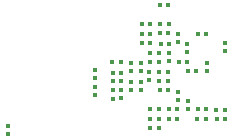
<source format=gbr>
%TF.GenerationSoftware,KiCad,Pcbnew,9.0.0*%
%TF.CreationDate,2025-05-05T21:38:29-04:00*%
%TF.ProjectId,payload_board,7061796c-6f61-4645-9f62-6f6172642e6b,rev?*%
%TF.SameCoordinates,Original*%
%TF.FileFunction,Paste,Bot*%
%TF.FilePolarity,Positive*%
%FSLAX45Y45*%
G04 Gerber Fmt 4.5, Leading zero omitted, Abs format (unit mm)*
G04 Created by KiCad (PCBNEW 9.0.0) date 2025-05-05 21:38:29*
%MOMM*%
%LPD*%
G01*
G04 APERTURE LIST*
G04 Aperture macros list*
%AMRoundRect*
0 Rectangle with rounded corners*
0 $1 Rounding radius*
0 $2 $3 $4 $5 $6 $7 $8 $9 X,Y pos of 4 corners*
0 Add a 4 corners polygon primitive as box body*
4,1,4,$2,$3,$4,$5,$6,$7,$8,$9,$2,$3,0*
0 Add four circle primitives for the rounded corners*
1,1,$1+$1,$2,$3*
1,1,$1+$1,$4,$5*
1,1,$1+$1,$6,$7*
1,1,$1+$1,$8,$9*
0 Add four rect primitives between the rounded corners*
20,1,$1+$1,$2,$3,$4,$5,0*
20,1,$1+$1,$4,$5,$6,$7,0*
20,1,$1+$1,$6,$7,$8,$9,0*
20,1,$1+$1,$8,$9,$2,$3,0*%
G04 Aperture macros list end*
%ADD10RoundRect,0.079500X-0.100500X0.079500X-0.100500X-0.079500X0.100500X-0.079500X0.100500X0.079500X0*%
%ADD11RoundRect,0.079500X0.079500X0.100500X-0.079500X0.100500X-0.079500X-0.100500X0.079500X-0.100500X0*%
%ADD12RoundRect,0.079500X-0.079500X-0.100500X0.079500X-0.100500X0.079500X0.100500X-0.079500X0.100500X0*%
%ADD13RoundRect,0.079500X0.100500X-0.079500X0.100500X0.079500X-0.100500X0.079500X-0.100500X-0.079500X0*%
G04 APERTURE END LIST*
D10*
%TO.C,C42*%
X19345000Y-9345000D03*
X19345000Y-9414000D03*
%TD*%
D11*
%TO.C,R39*%
X19173500Y-9180000D03*
X19104500Y-9180000D03*
%TD*%
D10*
%TO.C,C35*%
X19260000Y-9347500D03*
X19260000Y-9416500D03*
%TD*%
%TO.C,C13*%
X19740000Y-9507500D03*
X19740000Y-9576500D03*
%TD*%
D12*
%TO.C,R24*%
X19826000Y-8940000D03*
X19895000Y-8940000D03*
%TD*%
D11*
%TO.C,C6*%
X19495000Y-9580000D03*
X19426000Y-9580000D03*
%TD*%
D12*
%TO.C,C12*%
X19986000Y-9660000D03*
X20055000Y-9660000D03*
%TD*%
D11*
%TO.C,C17*%
X19495000Y-9735000D03*
X19426000Y-9735000D03*
%TD*%
D12*
%TO.C,C39*%
X19356000Y-9020000D03*
X19425000Y-9020000D03*
%TD*%
D10*
%TO.C,R23*%
X20060000Y-9019500D03*
X20060000Y-9088500D03*
%TD*%
D13*
%TO.C,C33*%
X19180000Y-9342500D03*
X19180000Y-9273500D03*
%TD*%
D10*
%TO.C,C29*%
X19105000Y-9420000D03*
X19105000Y-9489000D03*
%TD*%
%TO.C,C3*%
X19737500Y-9022500D03*
X19737500Y-9091500D03*
%TD*%
D11*
%TO.C,C18*%
X19495000Y-9665000D03*
X19426000Y-9665000D03*
%TD*%
%TO.C,C1*%
X19814000Y-9257500D03*
X19745000Y-9257500D03*
%TD*%
D12*
%TO.C,C22*%
X19425500Y-9100000D03*
X19494500Y-9100000D03*
%TD*%
%TO.C,C9*%
X19586000Y-9660000D03*
X19655000Y-9660000D03*
%TD*%
D11*
%TO.C,C14*%
X19894500Y-9580000D03*
X19825500Y-9580000D03*
%TD*%
D10*
%TO.C,C2*%
X19580000Y-9100000D03*
X19580000Y-9169000D03*
%TD*%
D13*
%TO.C,C28*%
X19902500Y-9256500D03*
X19902500Y-9187500D03*
%TD*%
D10*
%TO.C,R44*%
X18217500Y-9718000D03*
X18217500Y-9787000D03*
%TD*%
D12*
%TO.C,C8*%
X19586000Y-9580000D03*
X19655000Y-9580000D03*
%TD*%
D11*
%TO.C,C27*%
X19735000Y-9177500D03*
X19666000Y-9177500D03*
%TD*%
D13*
%TO.C,C44*%
X19345000Y-9252500D03*
X19345000Y-9183500D03*
%TD*%
%TO.C,C36*%
X19105000Y-9344000D03*
X19105000Y-9275000D03*
%TD*%
D12*
%TO.C,C37*%
X19356000Y-8860000D03*
X19425000Y-8860000D03*
%TD*%
D10*
%TO.C,C31*%
X19180000Y-9417500D03*
X19180000Y-9486500D03*
%TD*%
D11*
%TO.C,C21*%
X19579000Y-8937500D03*
X19510000Y-8937500D03*
%TD*%
D10*
%TO.C,C41*%
X19417500Y-9266000D03*
X19417500Y-9335000D03*
%TD*%
D13*
%TO.C,C52*%
X19577500Y-9336500D03*
X19577500Y-9267500D03*
%TD*%
%TO.C,L1*%
X18957500Y-9461500D03*
X18957500Y-9392500D03*
%TD*%
D12*
%TO.C,C11*%
X19985500Y-9582500D03*
X20054500Y-9582500D03*
%TD*%
D13*
%TO.C,C24*%
X19260000Y-9255000D03*
X19260000Y-9186000D03*
%TD*%
%TO.C,C16*%
X19662500Y-9499000D03*
X19662500Y-9430000D03*
%TD*%
D12*
%TO.C,C23*%
X19426000Y-9180000D03*
X19495000Y-9180000D03*
%TD*%
%TO.C,C40*%
X19505500Y-8700000D03*
X19574500Y-8700000D03*
%TD*%
D11*
%TO.C,C15*%
X19892500Y-9660000D03*
X19823500Y-9660000D03*
%TD*%
D10*
%TO.C,C4*%
X19660000Y-8942500D03*
X19660000Y-9011500D03*
%TD*%
D11*
%TO.C,C26*%
X19582500Y-9027500D03*
X19513500Y-9027500D03*
%TD*%
%TO.C,C30*%
X19579500Y-8860000D03*
X19510500Y-8860000D03*
%TD*%
D10*
%TO.C,C43*%
X19500000Y-9267500D03*
X19500000Y-9336500D03*
%TD*%
D12*
%TO.C,C38*%
X19356000Y-8945000D03*
X19425000Y-8945000D03*
%TD*%
D13*
%TO.C,C25*%
X18957500Y-9314500D03*
X18957500Y-9245500D03*
%TD*%
D11*
%TO.C,C5*%
X19575000Y-9415000D03*
X19506000Y-9415000D03*
%TD*%
M02*

</source>
